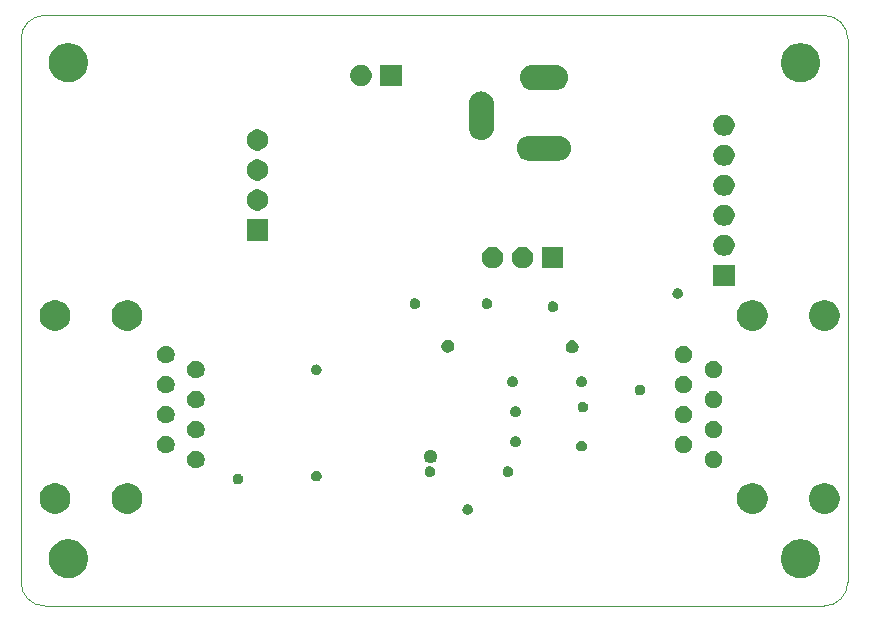
<source format=gbs>
G04 #@! TF.GenerationSoftware,KiCad,Pcbnew,5.1.6-c6e7f7d~87~ubuntu18.04.1*
G04 #@! TF.CreationDate,2020-09-01T07:34:22+02:00*
G04 #@! TF.ProjectId,s88iso,73383869-736f-42e6-9b69-6361645f7063,2020/08*
G04 #@! TF.SameCoordinates,Original*
G04 #@! TF.FileFunction,Soldermask,Bot*
G04 #@! TF.FilePolarity,Negative*
%FSLAX46Y46*%
G04 Gerber Fmt 4.6, Leading zero omitted, Abs format (unit mm)*
G04 Created by KiCad (PCBNEW 5.1.6-c6e7f7d~87~ubuntu18.04.1) date 2020-09-01 07:34:22*
%MOMM*%
%LPD*%
G01*
G04 APERTURE LIST*
G04 #@! TA.AperFunction,Profile*
%ADD10C,0.050000*%
G04 #@! TD*
%ADD11C,0.100000*%
G04 APERTURE END LIST*
D10*
X100000000Y-128000000D02*
X100000000Y-82000000D01*
X168000000Y-130000000D02*
X102000000Y-130000000D01*
X170000000Y-82000000D02*
X170000000Y-128000000D01*
X168000000Y-80000000D02*
X102000000Y-80000000D01*
X100000000Y-82000000D02*
G75*
G02*
X102000000Y-80000000I2000000J0D01*
G01*
X168000000Y-80000000D02*
G75*
G02*
X170000000Y-82000000I0J-2000000D01*
G01*
X170000000Y-128000000D02*
G75*
G02*
X168000000Y-130000000I-2000000J0D01*
G01*
X102000000Y-130000000D02*
G75*
G02*
X100000000Y-128000000I0J2000000D01*
G01*
D11*
G36*
X166375256Y-124391298D02*
G01*
X166481579Y-124412447D01*
X166782042Y-124536903D01*
X167052451Y-124717585D01*
X167282415Y-124947549D01*
X167463097Y-125217958D01*
X167587553Y-125518421D01*
X167651000Y-125837391D01*
X167651000Y-126162609D01*
X167587553Y-126481579D01*
X167463097Y-126782042D01*
X167282415Y-127052451D01*
X167052451Y-127282415D01*
X166782042Y-127463097D01*
X166481579Y-127587553D01*
X166375256Y-127608702D01*
X166162611Y-127651000D01*
X165837389Y-127651000D01*
X165624744Y-127608702D01*
X165518421Y-127587553D01*
X165217958Y-127463097D01*
X164947549Y-127282415D01*
X164717585Y-127052451D01*
X164536903Y-126782042D01*
X164412447Y-126481579D01*
X164349000Y-126162609D01*
X164349000Y-125837391D01*
X164412447Y-125518421D01*
X164536903Y-125217958D01*
X164717585Y-124947549D01*
X164947549Y-124717585D01*
X165217958Y-124536903D01*
X165518421Y-124412447D01*
X165624744Y-124391298D01*
X165837389Y-124349000D01*
X166162611Y-124349000D01*
X166375256Y-124391298D01*
G37*
G36*
X104375256Y-124391298D02*
G01*
X104481579Y-124412447D01*
X104782042Y-124536903D01*
X105052451Y-124717585D01*
X105282415Y-124947549D01*
X105463097Y-125217958D01*
X105587553Y-125518421D01*
X105651000Y-125837391D01*
X105651000Y-126162609D01*
X105587553Y-126481579D01*
X105463097Y-126782042D01*
X105282415Y-127052451D01*
X105052451Y-127282415D01*
X104782042Y-127463097D01*
X104481579Y-127587553D01*
X104375256Y-127608702D01*
X104162611Y-127651000D01*
X103837389Y-127651000D01*
X103624744Y-127608702D01*
X103518421Y-127587553D01*
X103217958Y-127463097D01*
X102947549Y-127282415D01*
X102717585Y-127052451D01*
X102536903Y-126782042D01*
X102412447Y-126481579D01*
X102349000Y-126162609D01*
X102349000Y-125837391D01*
X102412447Y-125518421D01*
X102536903Y-125217958D01*
X102717585Y-124947549D01*
X102947549Y-124717585D01*
X103217958Y-124536903D01*
X103518421Y-124412447D01*
X103624744Y-124391298D01*
X103837389Y-124349000D01*
X104162611Y-124349000D01*
X104375256Y-124391298D01*
G37*
G36*
X137951952Y-121384731D02*
G01*
X138034027Y-121418728D01*
X138034029Y-121418729D01*
X138071213Y-121443575D01*
X138107895Y-121468085D01*
X138170715Y-121530905D01*
X138220072Y-121604773D01*
X138254069Y-121686848D01*
X138271400Y-121773979D01*
X138271400Y-121862821D01*
X138254069Y-121949952D01*
X138220072Y-122032027D01*
X138220071Y-122032029D01*
X138170714Y-122105896D01*
X138107896Y-122168714D01*
X138034029Y-122218071D01*
X138034028Y-122218072D01*
X138034027Y-122218072D01*
X137951952Y-122252069D01*
X137864821Y-122269400D01*
X137775979Y-122269400D01*
X137688848Y-122252069D01*
X137606773Y-122218072D01*
X137606772Y-122218072D01*
X137606771Y-122218071D01*
X137532904Y-122168714D01*
X137470086Y-122105896D01*
X137420729Y-122032029D01*
X137420728Y-122032027D01*
X137386731Y-121949952D01*
X137369400Y-121862821D01*
X137369400Y-121773979D01*
X137386731Y-121686848D01*
X137420728Y-121604773D01*
X137470085Y-121530905D01*
X137532905Y-121468085D01*
X137569587Y-121443575D01*
X137606771Y-121418729D01*
X137606773Y-121418728D01*
X137688848Y-121384731D01*
X137775979Y-121367400D01*
X137864821Y-121367400D01*
X137951952Y-121384731D01*
G37*
G36*
X168391487Y-119647996D02*
G01*
X168628253Y-119746068D01*
X168628255Y-119746069D01*
X168841339Y-119888447D01*
X169022553Y-120069661D01*
X169164932Y-120282747D01*
X169263004Y-120519513D01*
X169313000Y-120770861D01*
X169313000Y-121027139D01*
X169263004Y-121278487D01*
X169184469Y-121468086D01*
X169164931Y-121515255D01*
X169022553Y-121728339D01*
X168841339Y-121909553D01*
X168628255Y-122051931D01*
X168628254Y-122051932D01*
X168628253Y-122051932D01*
X168391487Y-122150004D01*
X168140139Y-122200000D01*
X167883861Y-122200000D01*
X167632513Y-122150004D01*
X167395747Y-122051932D01*
X167395746Y-122051932D01*
X167395745Y-122051931D01*
X167182661Y-121909553D01*
X167001447Y-121728339D01*
X166859069Y-121515255D01*
X166839531Y-121468086D01*
X166760996Y-121278487D01*
X166711000Y-121027139D01*
X166711000Y-120770861D01*
X166760996Y-120519513D01*
X166859068Y-120282747D01*
X167001447Y-120069661D01*
X167182661Y-119888447D01*
X167395745Y-119746069D01*
X167395747Y-119746068D01*
X167632513Y-119647996D01*
X167883861Y-119598000D01*
X168140139Y-119598000D01*
X168391487Y-119647996D01*
G37*
G36*
X103258487Y-119647996D02*
G01*
X103495253Y-119746068D01*
X103495255Y-119746069D01*
X103708339Y-119888447D01*
X103889553Y-120069661D01*
X104031932Y-120282747D01*
X104130004Y-120519513D01*
X104180000Y-120770861D01*
X104180000Y-121027139D01*
X104130004Y-121278487D01*
X104051469Y-121468086D01*
X104031931Y-121515255D01*
X103889553Y-121728339D01*
X103708339Y-121909553D01*
X103495255Y-122051931D01*
X103495254Y-122051932D01*
X103495253Y-122051932D01*
X103258487Y-122150004D01*
X103007139Y-122200000D01*
X102750861Y-122200000D01*
X102499513Y-122150004D01*
X102262747Y-122051932D01*
X102262746Y-122051932D01*
X102262745Y-122051931D01*
X102049661Y-121909553D01*
X101868447Y-121728339D01*
X101726069Y-121515255D01*
X101706531Y-121468086D01*
X101627996Y-121278487D01*
X101578000Y-121027139D01*
X101578000Y-120770861D01*
X101627996Y-120519513D01*
X101726068Y-120282747D01*
X101868447Y-120069661D01*
X102049661Y-119888447D01*
X102262745Y-119746069D01*
X102262747Y-119746068D01*
X102499513Y-119647996D01*
X102750861Y-119598000D01*
X103007139Y-119598000D01*
X103258487Y-119647996D01*
G37*
G36*
X109358487Y-119647996D02*
G01*
X109595253Y-119746068D01*
X109595255Y-119746069D01*
X109808339Y-119888447D01*
X109989553Y-120069661D01*
X110131932Y-120282747D01*
X110230004Y-120519513D01*
X110280000Y-120770861D01*
X110280000Y-121027139D01*
X110230004Y-121278487D01*
X110151469Y-121468086D01*
X110131931Y-121515255D01*
X109989553Y-121728339D01*
X109808339Y-121909553D01*
X109595255Y-122051931D01*
X109595254Y-122051932D01*
X109595253Y-122051932D01*
X109358487Y-122150004D01*
X109107139Y-122200000D01*
X108850861Y-122200000D01*
X108599513Y-122150004D01*
X108362747Y-122051932D01*
X108362746Y-122051932D01*
X108362745Y-122051931D01*
X108149661Y-121909553D01*
X107968447Y-121728339D01*
X107826069Y-121515255D01*
X107806531Y-121468086D01*
X107727996Y-121278487D01*
X107678000Y-121027139D01*
X107678000Y-120770861D01*
X107727996Y-120519513D01*
X107826068Y-120282747D01*
X107968447Y-120069661D01*
X108149661Y-119888447D01*
X108362745Y-119746069D01*
X108362747Y-119746068D01*
X108599513Y-119647996D01*
X108850861Y-119598000D01*
X109107139Y-119598000D01*
X109358487Y-119647996D01*
G37*
G36*
X162291487Y-119647996D02*
G01*
X162528253Y-119746068D01*
X162528255Y-119746069D01*
X162741339Y-119888447D01*
X162922553Y-120069661D01*
X163064932Y-120282747D01*
X163163004Y-120519513D01*
X163213000Y-120770861D01*
X163213000Y-121027139D01*
X163163004Y-121278487D01*
X163084469Y-121468086D01*
X163064931Y-121515255D01*
X162922553Y-121728339D01*
X162741339Y-121909553D01*
X162528255Y-122051931D01*
X162528254Y-122051932D01*
X162528253Y-122051932D01*
X162291487Y-122150004D01*
X162040139Y-122200000D01*
X161783861Y-122200000D01*
X161532513Y-122150004D01*
X161295747Y-122051932D01*
X161295746Y-122051932D01*
X161295745Y-122051931D01*
X161082661Y-121909553D01*
X160901447Y-121728339D01*
X160759069Y-121515255D01*
X160739531Y-121468086D01*
X160660996Y-121278487D01*
X160611000Y-121027139D01*
X160611000Y-120770861D01*
X160660996Y-120519513D01*
X160759068Y-120282747D01*
X160901447Y-120069661D01*
X161082661Y-119888447D01*
X161295745Y-119746069D01*
X161295747Y-119746068D01*
X161532513Y-119647996D01*
X161783861Y-119598000D01*
X162040139Y-119598000D01*
X162291487Y-119647996D01*
G37*
G36*
X118495552Y-118819331D02*
G01*
X118577627Y-118853328D01*
X118577629Y-118853329D01*
X118600256Y-118868448D01*
X118651495Y-118902685D01*
X118714315Y-118965505D01*
X118763672Y-119039373D01*
X118797669Y-119121448D01*
X118815000Y-119208579D01*
X118815000Y-119297421D01*
X118797669Y-119384552D01*
X118770145Y-119451000D01*
X118763671Y-119466629D01*
X118714314Y-119540496D01*
X118651496Y-119603314D01*
X118577629Y-119652671D01*
X118577628Y-119652672D01*
X118577627Y-119652672D01*
X118495552Y-119686669D01*
X118408421Y-119704000D01*
X118319579Y-119704000D01*
X118232448Y-119686669D01*
X118150373Y-119652672D01*
X118150372Y-119652672D01*
X118150371Y-119652671D01*
X118076504Y-119603314D01*
X118013686Y-119540496D01*
X117964329Y-119466629D01*
X117957855Y-119451000D01*
X117930331Y-119384552D01*
X117913000Y-119297421D01*
X117913000Y-119208579D01*
X117930331Y-119121448D01*
X117964328Y-119039373D01*
X118013685Y-118965505D01*
X118076505Y-118902685D01*
X118127744Y-118868448D01*
X118150371Y-118853329D01*
X118150373Y-118853328D01*
X118232448Y-118819331D01*
X118319579Y-118802000D01*
X118408421Y-118802000D01*
X118495552Y-118819331D01*
G37*
G36*
X125131552Y-118566331D02*
G01*
X125213627Y-118600328D01*
X125213629Y-118600329D01*
X125250813Y-118625175D01*
X125287495Y-118649685D01*
X125350315Y-118712505D01*
X125399672Y-118786373D01*
X125433669Y-118868448D01*
X125451000Y-118955579D01*
X125451000Y-119044421D01*
X125433669Y-119131552D01*
X125399672Y-119213627D01*
X125399671Y-119213629D01*
X125350314Y-119287496D01*
X125287496Y-119350314D01*
X125213629Y-119399671D01*
X125213628Y-119399672D01*
X125213627Y-119399672D01*
X125131552Y-119433669D01*
X125044421Y-119451000D01*
X124955579Y-119451000D01*
X124868448Y-119433669D01*
X124786373Y-119399672D01*
X124786372Y-119399672D01*
X124786371Y-119399671D01*
X124712504Y-119350314D01*
X124649686Y-119287496D01*
X124600329Y-119213629D01*
X124600328Y-119213627D01*
X124566331Y-119131552D01*
X124549000Y-119044421D01*
X124549000Y-118955579D01*
X124566331Y-118868448D01*
X124600328Y-118786373D01*
X124649685Y-118712505D01*
X124712505Y-118649685D01*
X124749187Y-118625175D01*
X124786371Y-118600329D01*
X124786373Y-118600328D01*
X124868448Y-118566331D01*
X124955579Y-118549000D01*
X125044421Y-118549000D01*
X125131552Y-118566331D01*
G37*
G36*
X134751552Y-118184331D02*
G01*
X134833627Y-118218328D01*
X134833629Y-118218329D01*
X134870813Y-118243175D01*
X134907495Y-118267685D01*
X134970315Y-118330505D01*
X135019672Y-118404373D01*
X135053669Y-118486448D01*
X135071000Y-118573579D01*
X135071000Y-118662421D01*
X135053669Y-118749552D01*
X135019672Y-118831627D01*
X134972193Y-118902685D01*
X134970314Y-118905496D01*
X134907496Y-118968314D01*
X134833629Y-119017671D01*
X134833628Y-119017672D01*
X134833627Y-119017672D01*
X134751552Y-119051669D01*
X134664421Y-119069000D01*
X134575579Y-119069000D01*
X134488448Y-119051669D01*
X134406373Y-119017672D01*
X134406372Y-119017672D01*
X134406371Y-119017671D01*
X134332504Y-118968314D01*
X134269686Y-118905496D01*
X134267808Y-118902685D01*
X134220328Y-118831627D01*
X134186331Y-118749552D01*
X134169000Y-118662421D01*
X134169000Y-118573579D01*
X134186331Y-118486448D01*
X134220328Y-118404373D01*
X134269685Y-118330505D01*
X134332505Y-118267685D01*
X134369187Y-118243175D01*
X134406371Y-118218329D01*
X134406373Y-118218328D01*
X134488448Y-118184331D01*
X134575579Y-118167000D01*
X134664421Y-118167000D01*
X134751552Y-118184331D01*
G37*
G36*
X141355552Y-118184331D02*
G01*
X141437627Y-118218328D01*
X141437629Y-118218329D01*
X141474813Y-118243175D01*
X141511495Y-118267685D01*
X141574315Y-118330505D01*
X141623672Y-118404373D01*
X141657669Y-118486448D01*
X141675000Y-118573579D01*
X141675000Y-118662421D01*
X141657669Y-118749552D01*
X141623672Y-118831627D01*
X141576193Y-118902685D01*
X141574314Y-118905496D01*
X141511496Y-118968314D01*
X141437629Y-119017671D01*
X141437628Y-119017672D01*
X141437627Y-119017672D01*
X141355552Y-119051669D01*
X141268421Y-119069000D01*
X141179579Y-119069000D01*
X141092448Y-119051669D01*
X141010373Y-119017672D01*
X141010372Y-119017672D01*
X141010371Y-119017671D01*
X140936504Y-118968314D01*
X140873686Y-118905496D01*
X140871808Y-118902685D01*
X140824328Y-118831627D01*
X140790331Y-118749552D01*
X140773000Y-118662421D01*
X140773000Y-118573579D01*
X140790331Y-118486448D01*
X140824328Y-118404373D01*
X140873685Y-118330505D01*
X140936505Y-118267685D01*
X140973187Y-118243175D01*
X141010371Y-118218329D01*
X141010373Y-118218328D01*
X141092448Y-118184331D01*
X141179579Y-118167000D01*
X141268421Y-118167000D01*
X141355552Y-118184331D01*
G37*
G36*
X115028059Y-116871860D02*
G01*
X115113718Y-116907341D01*
X115164732Y-116928472D01*
X115287735Y-117010660D01*
X115392340Y-117115265D01*
X115474528Y-117238268D01*
X115531140Y-117374941D01*
X115560000Y-117520033D01*
X115560000Y-117667967D01*
X115531140Y-117813059D01*
X115474528Y-117949732D01*
X115392340Y-118072735D01*
X115287735Y-118177340D01*
X115164732Y-118259528D01*
X115164731Y-118259529D01*
X115164730Y-118259529D01*
X115028059Y-118316140D01*
X114882968Y-118345000D01*
X114735032Y-118345000D01*
X114589941Y-118316140D01*
X114453270Y-118259529D01*
X114453269Y-118259529D01*
X114453268Y-118259528D01*
X114330265Y-118177340D01*
X114225660Y-118072735D01*
X114143472Y-117949732D01*
X114086860Y-117813059D01*
X114058000Y-117667967D01*
X114058000Y-117520033D01*
X114086860Y-117374941D01*
X114143472Y-117238268D01*
X114225660Y-117115265D01*
X114330265Y-117010660D01*
X114453268Y-116928472D01*
X114504283Y-116907341D01*
X114589941Y-116871860D01*
X114735032Y-116843000D01*
X114882968Y-116843000D01*
X115028059Y-116871860D01*
G37*
G36*
X158841059Y-116871860D02*
G01*
X158926718Y-116907341D01*
X158977732Y-116928472D01*
X159100735Y-117010660D01*
X159205340Y-117115265D01*
X159287528Y-117238268D01*
X159344140Y-117374941D01*
X159373000Y-117520033D01*
X159373000Y-117667967D01*
X159344140Y-117813059D01*
X159287528Y-117949732D01*
X159205340Y-118072735D01*
X159100735Y-118177340D01*
X158977732Y-118259528D01*
X158977731Y-118259529D01*
X158977730Y-118259529D01*
X158841059Y-118316140D01*
X158695968Y-118345000D01*
X158548032Y-118345000D01*
X158402941Y-118316140D01*
X158266270Y-118259529D01*
X158266269Y-118259529D01*
X158266268Y-118259528D01*
X158143265Y-118177340D01*
X158038660Y-118072735D01*
X157956472Y-117949732D01*
X157899860Y-117813059D01*
X157871000Y-117667967D01*
X157871000Y-117520033D01*
X157899860Y-117374941D01*
X157956472Y-117238268D01*
X158038660Y-117115265D01*
X158143265Y-117010660D01*
X158266268Y-116928472D01*
X158317283Y-116907341D01*
X158402941Y-116871860D01*
X158548032Y-116843000D01*
X158695968Y-116843000D01*
X158841059Y-116871860D01*
G37*
G36*
X134831521Y-116818174D02*
G01*
X134931795Y-116859709D01*
X134931796Y-116859710D01*
X135022042Y-116920010D01*
X135098790Y-116996758D01*
X135098791Y-116996760D01*
X135159091Y-117087005D01*
X135200626Y-117187279D01*
X135221800Y-117293730D01*
X135221800Y-117402270D01*
X135200626Y-117508721D01*
X135159091Y-117608995D01*
X135159090Y-117608996D01*
X135098790Y-117699242D01*
X135022042Y-117775990D01*
X134976612Y-117806345D01*
X134931795Y-117836291D01*
X134831521Y-117877826D01*
X134725070Y-117899000D01*
X134616530Y-117899000D01*
X134510079Y-117877826D01*
X134409805Y-117836291D01*
X134364988Y-117806345D01*
X134319558Y-117775990D01*
X134242810Y-117699242D01*
X134182510Y-117608996D01*
X134182509Y-117608995D01*
X134140974Y-117508721D01*
X134119800Y-117402270D01*
X134119800Y-117293730D01*
X134140974Y-117187279D01*
X134182509Y-117087005D01*
X134242809Y-116996760D01*
X134242810Y-116996758D01*
X134319558Y-116920010D01*
X134409804Y-116859710D01*
X134409805Y-116859709D01*
X134510079Y-116818174D01*
X134616530Y-116797000D01*
X134725070Y-116797000D01*
X134831521Y-116818174D01*
G37*
G36*
X156301059Y-115601860D02*
G01*
X156386718Y-115637341D01*
X156437732Y-115658472D01*
X156560735Y-115740660D01*
X156665340Y-115845265D01*
X156747528Y-115968268D01*
X156804140Y-116104941D01*
X156833000Y-116250033D01*
X156833000Y-116397967D01*
X156804140Y-116543059D01*
X156747528Y-116679732D01*
X156665340Y-116802735D01*
X156560735Y-116907340D01*
X156437732Y-116989528D01*
X156437731Y-116989529D01*
X156437730Y-116989529D01*
X156301059Y-117046140D01*
X156155968Y-117075000D01*
X156008032Y-117075000D01*
X155862941Y-117046140D01*
X155726270Y-116989529D01*
X155726269Y-116989529D01*
X155726268Y-116989528D01*
X155603265Y-116907340D01*
X155498660Y-116802735D01*
X155416472Y-116679732D01*
X155359860Y-116543059D01*
X155331000Y-116397967D01*
X155331000Y-116250033D01*
X155359860Y-116104941D01*
X155416472Y-115968268D01*
X155498660Y-115845265D01*
X155603265Y-115740660D01*
X155726268Y-115658472D01*
X155777283Y-115637341D01*
X155862941Y-115601860D01*
X156008032Y-115573000D01*
X156155968Y-115573000D01*
X156301059Y-115601860D01*
G37*
G36*
X112488059Y-115601860D02*
G01*
X112573718Y-115637341D01*
X112624732Y-115658472D01*
X112747735Y-115740660D01*
X112852340Y-115845265D01*
X112934528Y-115968268D01*
X112991140Y-116104941D01*
X113020000Y-116250033D01*
X113020000Y-116397967D01*
X112991140Y-116543059D01*
X112934528Y-116679732D01*
X112852340Y-116802735D01*
X112747735Y-116907340D01*
X112624732Y-116989528D01*
X112624731Y-116989529D01*
X112624730Y-116989529D01*
X112488059Y-117046140D01*
X112342968Y-117075000D01*
X112195032Y-117075000D01*
X112049941Y-117046140D01*
X111913270Y-116989529D01*
X111913269Y-116989529D01*
X111913268Y-116989528D01*
X111790265Y-116907340D01*
X111685660Y-116802735D01*
X111603472Y-116679732D01*
X111546860Y-116543059D01*
X111518000Y-116397967D01*
X111518000Y-116250033D01*
X111546860Y-116104941D01*
X111603472Y-115968268D01*
X111685660Y-115845265D01*
X111790265Y-115740660D01*
X111913268Y-115658472D01*
X111964283Y-115637341D01*
X112049941Y-115601860D01*
X112195032Y-115573000D01*
X112342968Y-115573000D01*
X112488059Y-115601860D01*
G37*
G36*
X147578552Y-116025331D02*
G01*
X147660627Y-116059328D01*
X147660629Y-116059329D01*
X147697813Y-116084175D01*
X147734495Y-116108685D01*
X147797315Y-116171505D01*
X147846672Y-116245373D01*
X147880669Y-116327448D01*
X147898000Y-116414579D01*
X147898000Y-116503421D01*
X147880669Y-116590552D01*
X147846672Y-116672627D01*
X147797315Y-116746495D01*
X147734495Y-116809315D01*
X147721235Y-116818175D01*
X147660629Y-116858671D01*
X147660628Y-116858672D01*
X147660627Y-116858672D01*
X147578552Y-116892669D01*
X147491421Y-116910000D01*
X147402579Y-116910000D01*
X147315448Y-116892669D01*
X147233373Y-116858672D01*
X147233372Y-116858672D01*
X147233371Y-116858671D01*
X147172765Y-116818175D01*
X147159505Y-116809315D01*
X147096685Y-116746495D01*
X147047328Y-116672627D01*
X147013331Y-116590552D01*
X146996000Y-116503421D01*
X146996000Y-116414579D01*
X147013331Y-116327448D01*
X147047328Y-116245373D01*
X147096685Y-116171505D01*
X147159505Y-116108685D01*
X147196187Y-116084175D01*
X147233371Y-116059329D01*
X147233373Y-116059328D01*
X147315448Y-116025331D01*
X147402579Y-116008000D01*
X147491421Y-116008000D01*
X147578552Y-116025331D01*
G37*
G36*
X141990552Y-115644331D02*
G01*
X142072627Y-115678328D01*
X142072629Y-115678329D01*
X142109813Y-115703175D01*
X142134289Y-115719529D01*
X142146496Y-115727686D01*
X142209314Y-115790504D01*
X142245905Y-115845265D01*
X142258672Y-115864373D01*
X142292669Y-115946448D01*
X142310000Y-116033579D01*
X142310000Y-116122421D01*
X142292669Y-116209552D01*
X142258672Y-116291627D01*
X142258671Y-116291629D01*
X142209314Y-116365496D01*
X142146496Y-116428314D01*
X142072629Y-116477671D01*
X142072628Y-116477672D01*
X142072627Y-116477672D01*
X141990552Y-116511669D01*
X141903421Y-116529000D01*
X141814579Y-116529000D01*
X141727448Y-116511669D01*
X141645373Y-116477672D01*
X141645372Y-116477672D01*
X141645371Y-116477671D01*
X141571504Y-116428314D01*
X141508686Y-116365496D01*
X141459329Y-116291629D01*
X141459328Y-116291627D01*
X141425331Y-116209552D01*
X141408000Y-116122421D01*
X141408000Y-116033579D01*
X141425331Y-115946448D01*
X141459328Y-115864373D01*
X141472096Y-115845265D01*
X141508686Y-115790504D01*
X141571504Y-115727686D01*
X141583712Y-115719529D01*
X141608187Y-115703175D01*
X141645371Y-115678329D01*
X141645373Y-115678328D01*
X141727448Y-115644331D01*
X141814579Y-115627000D01*
X141903421Y-115627000D01*
X141990552Y-115644331D01*
G37*
G36*
X115028059Y-114331860D02*
G01*
X115113718Y-114367341D01*
X115164732Y-114388472D01*
X115287735Y-114470660D01*
X115392340Y-114575265D01*
X115474528Y-114698268D01*
X115531140Y-114834941D01*
X115560000Y-114980033D01*
X115560000Y-115127967D01*
X115531140Y-115273059D01*
X115474528Y-115409732D01*
X115392340Y-115532735D01*
X115287735Y-115637340D01*
X115164732Y-115719528D01*
X115164731Y-115719529D01*
X115164730Y-115719529D01*
X115028059Y-115776140D01*
X114882968Y-115805000D01*
X114735032Y-115805000D01*
X114589941Y-115776140D01*
X114453270Y-115719529D01*
X114453269Y-115719529D01*
X114453268Y-115719528D01*
X114330265Y-115637340D01*
X114225660Y-115532735D01*
X114143472Y-115409732D01*
X114086860Y-115273059D01*
X114058000Y-115127967D01*
X114058000Y-114980033D01*
X114086860Y-114834941D01*
X114143472Y-114698268D01*
X114225660Y-114575265D01*
X114330265Y-114470660D01*
X114453268Y-114388472D01*
X114504283Y-114367341D01*
X114589941Y-114331860D01*
X114735032Y-114303000D01*
X114882968Y-114303000D01*
X115028059Y-114331860D01*
G37*
G36*
X158841059Y-114331860D02*
G01*
X158926718Y-114367341D01*
X158977732Y-114388472D01*
X159100735Y-114470660D01*
X159205340Y-114575265D01*
X159287528Y-114698268D01*
X159344140Y-114834941D01*
X159373000Y-114980033D01*
X159373000Y-115127967D01*
X159344140Y-115273059D01*
X159287528Y-115409732D01*
X159205340Y-115532735D01*
X159100735Y-115637340D01*
X158977732Y-115719528D01*
X158977731Y-115719529D01*
X158977730Y-115719529D01*
X158841059Y-115776140D01*
X158695968Y-115805000D01*
X158548032Y-115805000D01*
X158402941Y-115776140D01*
X158266270Y-115719529D01*
X158266269Y-115719529D01*
X158266268Y-115719528D01*
X158143265Y-115637340D01*
X158038660Y-115532735D01*
X157956472Y-115409732D01*
X157899860Y-115273059D01*
X157871000Y-115127967D01*
X157871000Y-114980033D01*
X157899860Y-114834941D01*
X157956472Y-114698268D01*
X158038660Y-114575265D01*
X158143265Y-114470660D01*
X158266268Y-114388472D01*
X158317283Y-114367341D01*
X158402941Y-114331860D01*
X158548032Y-114303000D01*
X158695968Y-114303000D01*
X158841059Y-114331860D01*
G37*
G36*
X156301059Y-113061860D02*
G01*
X156386718Y-113097341D01*
X156437732Y-113118472D01*
X156560735Y-113200660D01*
X156665340Y-113305265D01*
X156709015Y-113370629D01*
X156747529Y-113428270D01*
X156800714Y-113556671D01*
X156804140Y-113564941D01*
X156833000Y-113710033D01*
X156833000Y-113857967D01*
X156804140Y-114003059D01*
X156747528Y-114139732D01*
X156665340Y-114262735D01*
X156560735Y-114367340D01*
X156437732Y-114449528D01*
X156437731Y-114449529D01*
X156437730Y-114449529D01*
X156301059Y-114506140D01*
X156155968Y-114535000D01*
X156008032Y-114535000D01*
X155862941Y-114506140D01*
X155726270Y-114449529D01*
X155726269Y-114449529D01*
X155726268Y-114449528D01*
X155603265Y-114367340D01*
X155498660Y-114262735D01*
X155416472Y-114139732D01*
X155359860Y-114003059D01*
X155331000Y-113857967D01*
X155331000Y-113710033D01*
X155359860Y-113564941D01*
X155363286Y-113556671D01*
X155416471Y-113428270D01*
X155454985Y-113370629D01*
X155498660Y-113305265D01*
X155603265Y-113200660D01*
X155726268Y-113118472D01*
X155777283Y-113097341D01*
X155862941Y-113061860D01*
X156008032Y-113033000D01*
X156155968Y-113033000D01*
X156301059Y-113061860D01*
G37*
G36*
X112488059Y-113061860D02*
G01*
X112573718Y-113097341D01*
X112624732Y-113118472D01*
X112747735Y-113200660D01*
X112852340Y-113305265D01*
X112896015Y-113370629D01*
X112934529Y-113428270D01*
X112987714Y-113556671D01*
X112991140Y-113564941D01*
X113020000Y-113710033D01*
X113020000Y-113857967D01*
X112991140Y-114003059D01*
X112934528Y-114139732D01*
X112852340Y-114262735D01*
X112747735Y-114367340D01*
X112624732Y-114449528D01*
X112624731Y-114449529D01*
X112624730Y-114449529D01*
X112488059Y-114506140D01*
X112342968Y-114535000D01*
X112195032Y-114535000D01*
X112049941Y-114506140D01*
X111913270Y-114449529D01*
X111913269Y-114449529D01*
X111913268Y-114449528D01*
X111790265Y-114367340D01*
X111685660Y-114262735D01*
X111603472Y-114139732D01*
X111546860Y-114003059D01*
X111518000Y-113857967D01*
X111518000Y-113710033D01*
X111546860Y-113564941D01*
X111550286Y-113556671D01*
X111603471Y-113428270D01*
X111641985Y-113370629D01*
X111685660Y-113305265D01*
X111790265Y-113200660D01*
X111913268Y-113118472D01*
X111964283Y-113097341D01*
X112049941Y-113061860D01*
X112195032Y-113033000D01*
X112342968Y-113033000D01*
X112488059Y-113061860D01*
G37*
G36*
X141990552Y-113104331D02*
G01*
X142072627Y-113138328D01*
X142072629Y-113138329D01*
X142109813Y-113163175D01*
X142134289Y-113179529D01*
X142146496Y-113187686D01*
X142209314Y-113250504D01*
X142245905Y-113305265D01*
X142258672Y-113324373D01*
X142292669Y-113406448D01*
X142310000Y-113493579D01*
X142310000Y-113582421D01*
X142292669Y-113669552D01*
X142258672Y-113751627D01*
X142258671Y-113751629D01*
X142209314Y-113825496D01*
X142146496Y-113888314D01*
X142072629Y-113937671D01*
X142072628Y-113937672D01*
X142072627Y-113937672D01*
X141990552Y-113971669D01*
X141903421Y-113989000D01*
X141814579Y-113989000D01*
X141727448Y-113971669D01*
X141645373Y-113937672D01*
X141645372Y-113937672D01*
X141645371Y-113937671D01*
X141571504Y-113888314D01*
X141508686Y-113825496D01*
X141459329Y-113751629D01*
X141459328Y-113751627D01*
X141425331Y-113669552D01*
X141408000Y-113582421D01*
X141408000Y-113493579D01*
X141425331Y-113406448D01*
X141459328Y-113324373D01*
X141472096Y-113305265D01*
X141508686Y-113250504D01*
X141571504Y-113187686D01*
X141583712Y-113179529D01*
X141608187Y-113163175D01*
X141645371Y-113138329D01*
X141645373Y-113138328D01*
X141727448Y-113104331D01*
X141814579Y-113087000D01*
X141903421Y-113087000D01*
X141990552Y-113104331D01*
G37*
G36*
X147705552Y-112723331D02*
G01*
X147787627Y-112757328D01*
X147787629Y-112757329D01*
X147824813Y-112782175D01*
X147861495Y-112806685D01*
X147924315Y-112869505D01*
X147973672Y-112943373D01*
X148007669Y-113025448D01*
X148025000Y-113112579D01*
X148025000Y-113201421D01*
X148007669Y-113288552D01*
X147973672Y-113370627D01*
X147935158Y-113428268D01*
X147924314Y-113444496D01*
X147861496Y-113507314D01*
X147787629Y-113556671D01*
X147787628Y-113556672D01*
X147787627Y-113556672D01*
X147705552Y-113590669D01*
X147618421Y-113608000D01*
X147529579Y-113608000D01*
X147442448Y-113590669D01*
X147360373Y-113556672D01*
X147360372Y-113556672D01*
X147360371Y-113556671D01*
X147286504Y-113507314D01*
X147223686Y-113444496D01*
X147212843Y-113428268D01*
X147174328Y-113370627D01*
X147140331Y-113288552D01*
X147123000Y-113201421D01*
X147123000Y-113112579D01*
X147140331Y-113025448D01*
X147174328Y-112943373D01*
X147223685Y-112869505D01*
X147286505Y-112806685D01*
X147323187Y-112782175D01*
X147360371Y-112757329D01*
X147360373Y-112757328D01*
X147442448Y-112723331D01*
X147529579Y-112706000D01*
X147618421Y-112706000D01*
X147705552Y-112723331D01*
G37*
G36*
X158841059Y-111791860D02*
G01*
X158959095Y-111840752D01*
X158977732Y-111848472D01*
X159100735Y-111930660D01*
X159205340Y-112035265D01*
X159287528Y-112158268D01*
X159287529Y-112158270D01*
X159344140Y-112294941D01*
X159373000Y-112440032D01*
X159373000Y-112587968D01*
X159344140Y-112733059D01*
X159287623Y-112869504D01*
X159287528Y-112869732D01*
X159205340Y-112992735D01*
X159100735Y-113097340D01*
X158977732Y-113179528D01*
X158977731Y-113179529D01*
X158977730Y-113179529D01*
X158841059Y-113236140D01*
X158695968Y-113265000D01*
X158548032Y-113265000D01*
X158402941Y-113236140D01*
X158266270Y-113179529D01*
X158266269Y-113179529D01*
X158266268Y-113179528D01*
X158143265Y-113097340D01*
X158038660Y-112992735D01*
X157956472Y-112869732D01*
X157956378Y-112869504D01*
X157899860Y-112733059D01*
X157871000Y-112587968D01*
X157871000Y-112440032D01*
X157899860Y-112294941D01*
X157956471Y-112158270D01*
X157956472Y-112158268D01*
X158038660Y-112035265D01*
X158143265Y-111930660D01*
X158266268Y-111848472D01*
X158284906Y-111840752D01*
X158402941Y-111791860D01*
X158548032Y-111763000D01*
X158695968Y-111763000D01*
X158841059Y-111791860D01*
G37*
G36*
X115028059Y-111791860D02*
G01*
X115146095Y-111840752D01*
X115164732Y-111848472D01*
X115287735Y-111930660D01*
X115392340Y-112035265D01*
X115474528Y-112158268D01*
X115474529Y-112158270D01*
X115531140Y-112294941D01*
X115560000Y-112440032D01*
X115560000Y-112587968D01*
X115531140Y-112733059D01*
X115474623Y-112869504D01*
X115474528Y-112869732D01*
X115392340Y-112992735D01*
X115287735Y-113097340D01*
X115164732Y-113179528D01*
X115164731Y-113179529D01*
X115164730Y-113179529D01*
X115028059Y-113236140D01*
X114882968Y-113265000D01*
X114735032Y-113265000D01*
X114589941Y-113236140D01*
X114453270Y-113179529D01*
X114453269Y-113179529D01*
X114453268Y-113179528D01*
X114330265Y-113097340D01*
X114225660Y-112992735D01*
X114143472Y-112869732D01*
X114143378Y-112869504D01*
X114086860Y-112733059D01*
X114058000Y-112587968D01*
X114058000Y-112440032D01*
X114086860Y-112294941D01*
X114143471Y-112158270D01*
X114143472Y-112158268D01*
X114225660Y-112035265D01*
X114330265Y-111930660D01*
X114453268Y-111848472D01*
X114471906Y-111840752D01*
X114589941Y-111791860D01*
X114735032Y-111763000D01*
X114882968Y-111763000D01*
X115028059Y-111791860D01*
G37*
G36*
X152531552Y-111275531D02*
G01*
X152613627Y-111309528D01*
X152613629Y-111309529D01*
X152650813Y-111334375D01*
X152687495Y-111358885D01*
X152750315Y-111421705D01*
X152799672Y-111495573D01*
X152833669Y-111577648D01*
X152851000Y-111664779D01*
X152851000Y-111753621D01*
X152833669Y-111840752D01*
X152799672Y-111922827D01*
X152751448Y-111995000D01*
X152750314Y-111996696D01*
X152687496Y-112059514D01*
X152613629Y-112108871D01*
X152613628Y-112108872D01*
X152613627Y-112108872D01*
X152531552Y-112142869D01*
X152444421Y-112160200D01*
X152355579Y-112160200D01*
X152268448Y-112142869D01*
X152186373Y-112108872D01*
X152186372Y-112108872D01*
X152186371Y-112108871D01*
X152112504Y-112059514D01*
X152049686Y-111996696D01*
X152048553Y-111995000D01*
X152000328Y-111922827D01*
X151966331Y-111840752D01*
X151949000Y-111753621D01*
X151949000Y-111664779D01*
X151966331Y-111577648D01*
X152000328Y-111495573D01*
X152049685Y-111421705D01*
X152112505Y-111358885D01*
X152149187Y-111334375D01*
X152186371Y-111309529D01*
X152186373Y-111309528D01*
X152268448Y-111275531D01*
X152355579Y-111258200D01*
X152444421Y-111258200D01*
X152531552Y-111275531D01*
G37*
G36*
X156301059Y-110521860D02*
G01*
X156386718Y-110557341D01*
X156437732Y-110578472D01*
X156560735Y-110660660D01*
X156665340Y-110765265D01*
X156747528Y-110888268D01*
X156804140Y-111024941D01*
X156833000Y-111170033D01*
X156833000Y-111317967D01*
X156804140Y-111463059D01*
X156747528Y-111599732D01*
X156665340Y-111722735D01*
X156560735Y-111827340D01*
X156437732Y-111909528D01*
X156437731Y-111909529D01*
X156437730Y-111909529D01*
X156301059Y-111966140D01*
X156155968Y-111995000D01*
X156008032Y-111995000D01*
X155862941Y-111966140D01*
X155726270Y-111909529D01*
X155726269Y-111909529D01*
X155726268Y-111909528D01*
X155603265Y-111827340D01*
X155498660Y-111722735D01*
X155416472Y-111599732D01*
X155359860Y-111463059D01*
X155331000Y-111317967D01*
X155331000Y-111170033D01*
X155359860Y-111024941D01*
X155416472Y-110888268D01*
X155498660Y-110765265D01*
X155603265Y-110660660D01*
X155726268Y-110578472D01*
X155777283Y-110557341D01*
X155862941Y-110521860D01*
X156008032Y-110493000D01*
X156155968Y-110493000D01*
X156301059Y-110521860D01*
G37*
G36*
X112488059Y-110521860D02*
G01*
X112573718Y-110557341D01*
X112624732Y-110578472D01*
X112747735Y-110660660D01*
X112852340Y-110765265D01*
X112934528Y-110888268D01*
X112991140Y-111024941D01*
X113020000Y-111170033D01*
X113020000Y-111317967D01*
X112991140Y-111463059D01*
X112934528Y-111599732D01*
X112852340Y-111722735D01*
X112747735Y-111827340D01*
X112624732Y-111909528D01*
X112624731Y-111909529D01*
X112624730Y-111909529D01*
X112488059Y-111966140D01*
X112342968Y-111995000D01*
X112195032Y-111995000D01*
X112049941Y-111966140D01*
X111913270Y-111909529D01*
X111913269Y-111909529D01*
X111913268Y-111909528D01*
X111790265Y-111827340D01*
X111685660Y-111722735D01*
X111603472Y-111599732D01*
X111546860Y-111463059D01*
X111518000Y-111317967D01*
X111518000Y-111170033D01*
X111546860Y-111024941D01*
X111603472Y-110888268D01*
X111685660Y-110765265D01*
X111790265Y-110660660D01*
X111913268Y-110578472D01*
X111964283Y-110557341D01*
X112049941Y-110521860D01*
X112195032Y-110493000D01*
X112342968Y-110493000D01*
X112488059Y-110521860D01*
G37*
G36*
X147578552Y-110564331D02*
G01*
X147660627Y-110598328D01*
X147660629Y-110598329D01*
X147697813Y-110623175D01*
X147722289Y-110639529D01*
X147734496Y-110647686D01*
X147797314Y-110710504D01*
X147833905Y-110765265D01*
X147846672Y-110784373D01*
X147880669Y-110866448D01*
X147898000Y-110953579D01*
X147898000Y-111042421D01*
X147880669Y-111129552D01*
X147846672Y-111211627D01*
X147803973Y-111275531D01*
X147797314Y-111285496D01*
X147734496Y-111348314D01*
X147660629Y-111397671D01*
X147660628Y-111397672D01*
X147660627Y-111397672D01*
X147578552Y-111431669D01*
X147491421Y-111449000D01*
X147402579Y-111449000D01*
X147315448Y-111431669D01*
X147233373Y-111397672D01*
X147233372Y-111397672D01*
X147233371Y-111397671D01*
X147159504Y-111348314D01*
X147096686Y-111285496D01*
X147090028Y-111275531D01*
X147047328Y-111211627D01*
X147013331Y-111129552D01*
X146996000Y-111042421D01*
X146996000Y-110953579D01*
X147013331Y-110866448D01*
X147047328Y-110784373D01*
X147060096Y-110765265D01*
X147096686Y-110710504D01*
X147159504Y-110647686D01*
X147171712Y-110639529D01*
X147196187Y-110623175D01*
X147233371Y-110598329D01*
X147233373Y-110598328D01*
X147315448Y-110564331D01*
X147402579Y-110547000D01*
X147491421Y-110547000D01*
X147578552Y-110564331D01*
G37*
G36*
X141736552Y-110564331D02*
G01*
X141818627Y-110598328D01*
X141818629Y-110598329D01*
X141855813Y-110623175D01*
X141880289Y-110639529D01*
X141892496Y-110647686D01*
X141955314Y-110710504D01*
X141991905Y-110765265D01*
X142004672Y-110784373D01*
X142038669Y-110866448D01*
X142056000Y-110953579D01*
X142056000Y-111042421D01*
X142038669Y-111129552D01*
X142004672Y-111211627D01*
X141961973Y-111275531D01*
X141955314Y-111285496D01*
X141892496Y-111348314D01*
X141818629Y-111397671D01*
X141818628Y-111397672D01*
X141818627Y-111397672D01*
X141736552Y-111431669D01*
X141649421Y-111449000D01*
X141560579Y-111449000D01*
X141473448Y-111431669D01*
X141391373Y-111397672D01*
X141391372Y-111397672D01*
X141391371Y-111397671D01*
X141317504Y-111348314D01*
X141254686Y-111285496D01*
X141248028Y-111275531D01*
X141205328Y-111211627D01*
X141171331Y-111129552D01*
X141154000Y-111042421D01*
X141154000Y-110953579D01*
X141171331Y-110866448D01*
X141205328Y-110784373D01*
X141218096Y-110765265D01*
X141254686Y-110710504D01*
X141317504Y-110647686D01*
X141329712Y-110639529D01*
X141354187Y-110623175D01*
X141391371Y-110598329D01*
X141391373Y-110598328D01*
X141473448Y-110564331D01*
X141560579Y-110547000D01*
X141649421Y-110547000D01*
X141736552Y-110564331D01*
G37*
G36*
X158841059Y-109251860D02*
G01*
X158926718Y-109287341D01*
X158977732Y-109308472D01*
X159100735Y-109390660D01*
X159205340Y-109495265D01*
X159287528Y-109618268D01*
X159287529Y-109618270D01*
X159344140Y-109754941D01*
X159366718Y-109868448D01*
X159373000Y-109900033D01*
X159373000Y-110047967D01*
X159344140Y-110193059D01*
X159287528Y-110329732D01*
X159205340Y-110452735D01*
X159100735Y-110557340D01*
X158977732Y-110639528D01*
X158977731Y-110639529D01*
X158977730Y-110639529D01*
X158841059Y-110696140D01*
X158695968Y-110725000D01*
X158548032Y-110725000D01*
X158402941Y-110696140D01*
X158266270Y-110639529D01*
X158266269Y-110639529D01*
X158266268Y-110639528D01*
X158143265Y-110557340D01*
X158038660Y-110452735D01*
X157956472Y-110329732D01*
X157899860Y-110193059D01*
X157871000Y-110047967D01*
X157871000Y-109900033D01*
X157877283Y-109868448D01*
X157899860Y-109754941D01*
X157956471Y-109618270D01*
X157956472Y-109618268D01*
X158038660Y-109495265D01*
X158143265Y-109390660D01*
X158266268Y-109308472D01*
X158317283Y-109287341D01*
X158402941Y-109251860D01*
X158548032Y-109223000D01*
X158695968Y-109223000D01*
X158841059Y-109251860D01*
G37*
G36*
X115028059Y-109251860D02*
G01*
X115113718Y-109287341D01*
X115164732Y-109308472D01*
X115287735Y-109390660D01*
X115392340Y-109495265D01*
X115474528Y-109618268D01*
X115474529Y-109618270D01*
X115531140Y-109754941D01*
X115553718Y-109868448D01*
X115560000Y-109900033D01*
X115560000Y-110047967D01*
X115531140Y-110193059D01*
X115474528Y-110329732D01*
X115392340Y-110452735D01*
X115287735Y-110557340D01*
X115164732Y-110639528D01*
X115164731Y-110639529D01*
X115164730Y-110639529D01*
X115028059Y-110696140D01*
X114882968Y-110725000D01*
X114735032Y-110725000D01*
X114589941Y-110696140D01*
X114453270Y-110639529D01*
X114453269Y-110639529D01*
X114453268Y-110639528D01*
X114330265Y-110557340D01*
X114225660Y-110452735D01*
X114143472Y-110329732D01*
X114086860Y-110193059D01*
X114058000Y-110047967D01*
X114058000Y-109900033D01*
X114064283Y-109868448D01*
X114086860Y-109754941D01*
X114143471Y-109618270D01*
X114143472Y-109618268D01*
X114225660Y-109495265D01*
X114330265Y-109390660D01*
X114453268Y-109308472D01*
X114504283Y-109287341D01*
X114589941Y-109251860D01*
X114735032Y-109223000D01*
X114882968Y-109223000D01*
X115028059Y-109251860D01*
G37*
G36*
X125131552Y-109566331D02*
G01*
X125213627Y-109600328D01*
X125213629Y-109600329D01*
X125240476Y-109618268D01*
X125287495Y-109649685D01*
X125350315Y-109712505D01*
X125399672Y-109786373D01*
X125433669Y-109868448D01*
X125451000Y-109955579D01*
X125451000Y-110044421D01*
X125433669Y-110131552D01*
X125399672Y-110213627D01*
X125399671Y-110213629D01*
X125350314Y-110287496D01*
X125287496Y-110350314D01*
X125213629Y-110399671D01*
X125213628Y-110399672D01*
X125213627Y-110399672D01*
X125131552Y-110433669D01*
X125044421Y-110451000D01*
X124955579Y-110451000D01*
X124868448Y-110433669D01*
X124786373Y-110399672D01*
X124786372Y-110399672D01*
X124786371Y-110399671D01*
X124712504Y-110350314D01*
X124649686Y-110287496D01*
X124600329Y-110213629D01*
X124600328Y-110213627D01*
X124566331Y-110131552D01*
X124549000Y-110044421D01*
X124549000Y-109955579D01*
X124566331Y-109868448D01*
X124600328Y-109786373D01*
X124649685Y-109712505D01*
X124712505Y-109649685D01*
X124759524Y-109618268D01*
X124786371Y-109600329D01*
X124786373Y-109600328D01*
X124868448Y-109566331D01*
X124955579Y-109549000D01*
X125044421Y-109549000D01*
X125131552Y-109566331D01*
G37*
G36*
X156301059Y-107981860D02*
G01*
X156437732Y-108038472D01*
X156560735Y-108120660D01*
X156665340Y-108225265D01*
X156747528Y-108348268D01*
X156747529Y-108348270D01*
X156804140Y-108484941D01*
X156827544Y-108602600D01*
X156833000Y-108630033D01*
X156833000Y-108777967D01*
X156804140Y-108923059D01*
X156747528Y-109059732D01*
X156665340Y-109182735D01*
X156560735Y-109287340D01*
X156437732Y-109369528D01*
X156437731Y-109369529D01*
X156437730Y-109369529D01*
X156301059Y-109426140D01*
X156155968Y-109455000D01*
X156008032Y-109455000D01*
X155862941Y-109426140D01*
X155726270Y-109369529D01*
X155726269Y-109369529D01*
X155726268Y-109369528D01*
X155603265Y-109287340D01*
X155498660Y-109182735D01*
X155416472Y-109059732D01*
X155359860Y-108923059D01*
X155331000Y-108777967D01*
X155331000Y-108630033D01*
X155336457Y-108602600D01*
X155359860Y-108484941D01*
X155416471Y-108348270D01*
X155416472Y-108348268D01*
X155498660Y-108225265D01*
X155603265Y-108120660D01*
X155726268Y-108038472D01*
X155862941Y-107981860D01*
X156008032Y-107953000D01*
X156155968Y-107953000D01*
X156301059Y-107981860D01*
G37*
G36*
X112488059Y-107981860D02*
G01*
X112624732Y-108038472D01*
X112747735Y-108120660D01*
X112852340Y-108225265D01*
X112934528Y-108348268D01*
X112934529Y-108348270D01*
X112991140Y-108484941D01*
X113014544Y-108602600D01*
X113020000Y-108630033D01*
X113020000Y-108777967D01*
X112991140Y-108923059D01*
X112934528Y-109059732D01*
X112852340Y-109182735D01*
X112747735Y-109287340D01*
X112624732Y-109369528D01*
X112624731Y-109369529D01*
X112624730Y-109369529D01*
X112488059Y-109426140D01*
X112342968Y-109455000D01*
X112195032Y-109455000D01*
X112049941Y-109426140D01*
X111913270Y-109369529D01*
X111913269Y-109369529D01*
X111913268Y-109369528D01*
X111790265Y-109287340D01*
X111685660Y-109182735D01*
X111603472Y-109059732D01*
X111546860Y-108923059D01*
X111518000Y-108777967D01*
X111518000Y-108630033D01*
X111523457Y-108602600D01*
X111546860Y-108484941D01*
X111603471Y-108348270D01*
X111603472Y-108348268D01*
X111685660Y-108225265D01*
X111790265Y-108120660D01*
X111913268Y-108038472D01*
X112049941Y-107981860D01*
X112195032Y-107953000D01*
X112342968Y-107953000D01*
X112488059Y-107981860D01*
G37*
G36*
X146820321Y-107521774D02*
G01*
X146920595Y-107563309D01*
X146931372Y-107570510D01*
X147010842Y-107623610D01*
X147087590Y-107700358D01*
X147087591Y-107700360D01*
X147147891Y-107790605D01*
X147189426Y-107890879D01*
X147210600Y-107997330D01*
X147210600Y-108105870D01*
X147189426Y-108212321D01*
X147147891Y-108312595D01*
X147147890Y-108312596D01*
X147087590Y-108402842D01*
X147010842Y-108479590D01*
X146965412Y-108509945D01*
X146920595Y-108539891D01*
X146820321Y-108581426D01*
X146713870Y-108602600D01*
X146605330Y-108602600D01*
X146498879Y-108581426D01*
X146398605Y-108539891D01*
X146353788Y-108509945D01*
X146308358Y-108479590D01*
X146231610Y-108402842D01*
X146171310Y-108312596D01*
X146171309Y-108312595D01*
X146129774Y-108212321D01*
X146108600Y-108105870D01*
X146108600Y-107997330D01*
X146129774Y-107890879D01*
X146171309Y-107790605D01*
X146231609Y-107700360D01*
X146231610Y-107700358D01*
X146308358Y-107623610D01*
X146387828Y-107570510D01*
X146398605Y-107563309D01*
X146498879Y-107521774D01*
X146605330Y-107500600D01*
X146713870Y-107500600D01*
X146820321Y-107521774D01*
G37*
G36*
X136302421Y-107468674D02*
G01*
X136402695Y-107510209D01*
X136447512Y-107540155D01*
X136492942Y-107570510D01*
X136569690Y-107647258D01*
X136569691Y-107647260D01*
X136629991Y-107737505D01*
X136671526Y-107837779D01*
X136692700Y-107944230D01*
X136692700Y-108052770D01*
X136671526Y-108159221D01*
X136629991Y-108259495D01*
X136629990Y-108259496D01*
X136569690Y-108349742D01*
X136492942Y-108426490D01*
X136447512Y-108456845D01*
X136402695Y-108486791D01*
X136302421Y-108528326D01*
X136195970Y-108549500D01*
X136087430Y-108549500D01*
X135980979Y-108528326D01*
X135880705Y-108486791D01*
X135835888Y-108456845D01*
X135790458Y-108426490D01*
X135713710Y-108349742D01*
X135653410Y-108259496D01*
X135653409Y-108259495D01*
X135611874Y-108159221D01*
X135590700Y-108052770D01*
X135590700Y-107944230D01*
X135611874Y-107837779D01*
X135653409Y-107737505D01*
X135713709Y-107647260D01*
X135713710Y-107647258D01*
X135790458Y-107570510D01*
X135835888Y-107540155D01*
X135880705Y-107510209D01*
X135980979Y-107468674D01*
X136087430Y-107447500D01*
X136195970Y-107447500D01*
X136302421Y-107468674D01*
G37*
G36*
X103258487Y-104147996D02*
G01*
X103495253Y-104246068D01*
X103495255Y-104246069D01*
X103708339Y-104388447D01*
X103889553Y-104569661D01*
X104029798Y-104779552D01*
X104031932Y-104782747D01*
X104130004Y-105019513D01*
X104180000Y-105270861D01*
X104180000Y-105527139D01*
X104130004Y-105778487D01*
X104031932Y-106015253D01*
X104031931Y-106015255D01*
X103889553Y-106228339D01*
X103708339Y-106409553D01*
X103495255Y-106551931D01*
X103495254Y-106551932D01*
X103495253Y-106551932D01*
X103258487Y-106650004D01*
X103007139Y-106700000D01*
X102750861Y-106700000D01*
X102499513Y-106650004D01*
X102262747Y-106551932D01*
X102262746Y-106551932D01*
X102262745Y-106551931D01*
X102049661Y-106409553D01*
X101868447Y-106228339D01*
X101726069Y-106015255D01*
X101726068Y-106015253D01*
X101627996Y-105778487D01*
X101578000Y-105527139D01*
X101578000Y-105270861D01*
X101627996Y-105019513D01*
X101726068Y-104782747D01*
X101728203Y-104779552D01*
X101868447Y-104569661D01*
X102049661Y-104388447D01*
X102262745Y-104246069D01*
X102262747Y-104246068D01*
X102499513Y-104147996D01*
X102750861Y-104098000D01*
X103007139Y-104098000D01*
X103258487Y-104147996D01*
G37*
G36*
X109358487Y-104147996D02*
G01*
X109595253Y-104246068D01*
X109595255Y-104246069D01*
X109808339Y-104388447D01*
X109989553Y-104569661D01*
X110129798Y-104779552D01*
X110131932Y-104782747D01*
X110230004Y-105019513D01*
X110280000Y-105270861D01*
X110280000Y-105527139D01*
X110230004Y-105778487D01*
X110131932Y-106015253D01*
X110131931Y-106015255D01*
X109989553Y-106228339D01*
X109808339Y-106409553D01*
X109595255Y-106551931D01*
X109595254Y-106551932D01*
X109595253Y-106551932D01*
X109358487Y-106650004D01*
X109107139Y-106700000D01*
X108850861Y-106700000D01*
X108599513Y-106650004D01*
X108362747Y-106551932D01*
X108362746Y-106551932D01*
X108362745Y-106551931D01*
X108149661Y-106409553D01*
X107968447Y-106228339D01*
X107826069Y-106015255D01*
X107826068Y-106015253D01*
X107727996Y-105778487D01*
X107678000Y-105527139D01*
X107678000Y-105270861D01*
X107727996Y-105019513D01*
X107826068Y-104782747D01*
X107828203Y-104779552D01*
X107968447Y-104569661D01*
X108149661Y-104388447D01*
X108362745Y-104246069D01*
X108362747Y-104246068D01*
X108599513Y-104147996D01*
X108850861Y-104098000D01*
X109107139Y-104098000D01*
X109358487Y-104147996D01*
G37*
G36*
X162291487Y-104147996D02*
G01*
X162528253Y-104246068D01*
X162528255Y-104246069D01*
X162741339Y-104388447D01*
X162922553Y-104569661D01*
X163062798Y-104779552D01*
X163064932Y-104782747D01*
X163163004Y-105019513D01*
X163213000Y-105270861D01*
X163213000Y-105527139D01*
X163163004Y-105778487D01*
X163064932Y-106015253D01*
X163064931Y-106015255D01*
X162922553Y-106228339D01*
X162741339Y-106409553D01*
X162528255Y-106551931D01*
X162528254Y-106551932D01*
X162528253Y-106551932D01*
X162291487Y-106650004D01*
X162040139Y-106700000D01*
X161783861Y-106700000D01*
X161532513Y-106650004D01*
X161295747Y-106551932D01*
X161295746Y-106551932D01*
X161295745Y-106551931D01*
X161082661Y-106409553D01*
X160901447Y-106228339D01*
X160759069Y-106015255D01*
X160759068Y-106015253D01*
X160660996Y-105778487D01*
X160611000Y-105527139D01*
X160611000Y-105270861D01*
X160660996Y-105019513D01*
X160759068Y-104782747D01*
X160761203Y-104779552D01*
X160901447Y-104569661D01*
X161082661Y-104388447D01*
X161295745Y-104246069D01*
X161295747Y-104246068D01*
X161532513Y-104147996D01*
X161783861Y-104098000D01*
X162040139Y-104098000D01*
X162291487Y-104147996D01*
G37*
G36*
X168391487Y-104147996D02*
G01*
X168628253Y-104246068D01*
X168628255Y-104246069D01*
X168841339Y-104388447D01*
X169022553Y-104569661D01*
X169162798Y-104779552D01*
X169164932Y-104782747D01*
X169263004Y-105019513D01*
X169313000Y-105270861D01*
X169313000Y-105527139D01*
X169263004Y-105778487D01*
X169164932Y-106015253D01*
X169164931Y-106015255D01*
X169022553Y-106228339D01*
X168841339Y-106409553D01*
X168628255Y-106551931D01*
X168628254Y-106551932D01*
X168628253Y-106551932D01*
X168391487Y-106650004D01*
X168140139Y-106700000D01*
X167883861Y-106700000D01*
X167632513Y-106650004D01*
X167395747Y-106551932D01*
X167395746Y-106551932D01*
X167395745Y-106551931D01*
X167182661Y-106409553D01*
X167001447Y-106228339D01*
X166859069Y-106015255D01*
X166859068Y-106015253D01*
X166760996Y-105778487D01*
X166711000Y-105527139D01*
X166711000Y-105270861D01*
X166760996Y-105019513D01*
X166859068Y-104782747D01*
X166861203Y-104779552D01*
X167001447Y-104569661D01*
X167182661Y-104388447D01*
X167395745Y-104246069D01*
X167395747Y-104246068D01*
X167632513Y-104147996D01*
X167883861Y-104098000D01*
X168140139Y-104098000D01*
X168391487Y-104147996D01*
G37*
G36*
X145165552Y-104214331D02*
G01*
X145242173Y-104246069D01*
X145247629Y-104248329D01*
X145268759Y-104262448D01*
X145321495Y-104297685D01*
X145384315Y-104360505D01*
X145433672Y-104434373D01*
X145467669Y-104516448D01*
X145485000Y-104603579D01*
X145485000Y-104692421D01*
X145467669Y-104779552D01*
X145447738Y-104827668D01*
X145433671Y-104861629D01*
X145384314Y-104935496D01*
X145321496Y-104998314D01*
X145247629Y-105047671D01*
X145247628Y-105047672D01*
X145247627Y-105047672D01*
X145165552Y-105081669D01*
X145078421Y-105099000D01*
X144989579Y-105099000D01*
X144902448Y-105081669D01*
X144820373Y-105047672D01*
X144820372Y-105047672D01*
X144820371Y-105047671D01*
X144746504Y-104998314D01*
X144683686Y-104935496D01*
X144634329Y-104861629D01*
X144620262Y-104827668D01*
X144600331Y-104779552D01*
X144583000Y-104692421D01*
X144583000Y-104603579D01*
X144600331Y-104516448D01*
X144634328Y-104434373D01*
X144683685Y-104360505D01*
X144746505Y-104297685D01*
X144799241Y-104262448D01*
X144820371Y-104248329D01*
X144825827Y-104246069D01*
X144902448Y-104214331D01*
X144989579Y-104197000D01*
X145078421Y-104197000D01*
X145165552Y-104214331D01*
G37*
G36*
X139577552Y-103960331D02*
G01*
X139659627Y-103994328D01*
X139659629Y-103994329D01*
X139696813Y-104019175D01*
X139733495Y-104043685D01*
X139796315Y-104106505D01*
X139845672Y-104180373D01*
X139879669Y-104262448D01*
X139897000Y-104349579D01*
X139897000Y-104438421D01*
X139879669Y-104525552D01*
X139861398Y-104569661D01*
X139845671Y-104607629D01*
X139796314Y-104681496D01*
X139733496Y-104744314D01*
X139659629Y-104793671D01*
X139659628Y-104793672D01*
X139659627Y-104793672D01*
X139577552Y-104827669D01*
X139490421Y-104845000D01*
X139401579Y-104845000D01*
X139314448Y-104827669D01*
X139232373Y-104793672D01*
X139232372Y-104793672D01*
X139232371Y-104793671D01*
X139158504Y-104744314D01*
X139095686Y-104681496D01*
X139046329Y-104607629D01*
X139030602Y-104569661D01*
X139012331Y-104525552D01*
X138995000Y-104438421D01*
X138995000Y-104349579D01*
X139012331Y-104262448D01*
X139046328Y-104180373D01*
X139095685Y-104106505D01*
X139158505Y-104043685D01*
X139195187Y-104019175D01*
X139232371Y-103994329D01*
X139232373Y-103994328D01*
X139314448Y-103960331D01*
X139401579Y-103943000D01*
X139490421Y-103943000D01*
X139577552Y-103960331D01*
G37*
G36*
X133481552Y-103960331D02*
G01*
X133563627Y-103994328D01*
X133563629Y-103994329D01*
X133600813Y-104019175D01*
X133637495Y-104043685D01*
X133700315Y-104106505D01*
X133749672Y-104180373D01*
X133783669Y-104262448D01*
X133801000Y-104349579D01*
X133801000Y-104438421D01*
X133783669Y-104525552D01*
X133765398Y-104569661D01*
X133749671Y-104607629D01*
X133700314Y-104681496D01*
X133637496Y-104744314D01*
X133563629Y-104793671D01*
X133563628Y-104793672D01*
X133563627Y-104793672D01*
X133481552Y-104827669D01*
X133394421Y-104845000D01*
X133305579Y-104845000D01*
X133218448Y-104827669D01*
X133136373Y-104793672D01*
X133136372Y-104793672D01*
X133136371Y-104793671D01*
X133062504Y-104744314D01*
X132999686Y-104681496D01*
X132950329Y-104607629D01*
X132934602Y-104569661D01*
X132916331Y-104525552D01*
X132899000Y-104438421D01*
X132899000Y-104349579D01*
X132916331Y-104262448D01*
X132950328Y-104180373D01*
X132999685Y-104106505D01*
X133062505Y-104043685D01*
X133099187Y-104019175D01*
X133136371Y-103994329D01*
X133136373Y-103994328D01*
X133218448Y-103960331D01*
X133305579Y-103943000D01*
X133394421Y-103943000D01*
X133481552Y-103960331D01*
G37*
G36*
X155731952Y-103096731D02*
G01*
X155814027Y-103130728D01*
X155814029Y-103130729D01*
X155851213Y-103155575D01*
X155887895Y-103180085D01*
X155950715Y-103242905D01*
X156000072Y-103316773D01*
X156034069Y-103398848D01*
X156051400Y-103485979D01*
X156051400Y-103574821D01*
X156034069Y-103661952D01*
X156000072Y-103744027D01*
X156000071Y-103744029D01*
X155950714Y-103817896D01*
X155887896Y-103880714D01*
X155814029Y-103930071D01*
X155814028Y-103930072D01*
X155814027Y-103930072D01*
X155731952Y-103964069D01*
X155644821Y-103981400D01*
X155555979Y-103981400D01*
X155468848Y-103964069D01*
X155386773Y-103930072D01*
X155386772Y-103930072D01*
X155386771Y-103930071D01*
X155312904Y-103880714D01*
X155250086Y-103817896D01*
X155200729Y-103744029D01*
X155200728Y-103744027D01*
X155166731Y-103661952D01*
X155149400Y-103574821D01*
X155149400Y-103485979D01*
X155166731Y-103398848D01*
X155200728Y-103316773D01*
X155250085Y-103242905D01*
X155312905Y-103180085D01*
X155349587Y-103155575D01*
X155386771Y-103130729D01*
X155386773Y-103130728D01*
X155468848Y-103096731D01*
X155555979Y-103079400D01*
X155644821Y-103079400D01*
X155731952Y-103096731D01*
G37*
G36*
X160413000Y-102901000D02*
G01*
X158611000Y-102901000D01*
X158611000Y-101099000D01*
X160413000Y-101099000D01*
X160413000Y-102901000D01*
G37*
G36*
X142573512Y-99603927D02*
G01*
X142722812Y-99633624D01*
X142886784Y-99701544D01*
X143034354Y-99800147D01*
X143159853Y-99925646D01*
X143258456Y-100073216D01*
X143326376Y-100237188D01*
X143361000Y-100411259D01*
X143361000Y-100588741D01*
X143326376Y-100762812D01*
X143258456Y-100926784D01*
X143159853Y-101074354D01*
X143034354Y-101199853D01*
X142886784Y-101298456D01*
X142722812Y-101366376D01*
X142573512Y-101396073D01*
X142548742Y-101401000D01*
X142371258Y-101401000D01*
X142346488Y-101396073D01*
X142197188Y-101366376D01*
X142033216Y-101298456D01*
X141885646Y-101199853D01*
X141760147Y-101074354D01*
X141661544Y-100926784D01*
X141593624Y-100762812D01*
X141559000Y-100588741D01*
X141559000Y-100411259D01*
X141593624Y-100237188D01*
X141661544Y-100073216D01*
X141760147Y-99925646D01*
X141885646Y-99800147D01*
X142033216Y-99701544D01*
X142197188Y-99633624D01*
X142346488Y-99603927D01*
X142371258Y-99599000D01*
X142548742Y-99599000D01*
X142573512Y-99603927D01*
G37*
G36*
X145901000Y-101401000D02*
G01*
X144099000Y-101401000D01*
X144099000Y-99599000D01*
X145901000Y-99599000D01*
X145901000Y-101401000D01*
G37*
G36*
X140033512Y-99603927D02*
G01*
X140182812Y-99633624D01*
X140346784Y-99701544D01*
X140494354Y-99800147D01*
X140619853Y-99925646D01*
X140718456Y-100073216D01*
X140786376Y-100237188D01*
X140821000Y-100411259D01*
X140821000Y-100588741D01*
X140786376Y-100762812D01*
X140718456Y-100926784D01*
X140619853Y-101074354D01*
X140494354Y-101199853D01*
X140346784Y-101298456D01*
X140182812Y-101366376D01*
X140033512Y-101396073D01*
X140008742Y-101401000D01*
X139831258Y-101401000D01*
X139806488Y-101396073D01*
X139657188Y-101366376D01*
X139493216Y-101298456D01*
X139345646Y-101199853D01*
X139220147Y-101074354D01*
X139121544Y-100926784D01*
X139053624Y-100762812D01*
X139019000Y-100588741D01*
X139019000Y-100411259D01*
X139053624Y-100237188D01*
X139121544Y-100073216D01*
X139220147Y-99925646D01*
X139345646Y-99800147D01*
X139493216Y-99701544D01*
X139657188Y-99633624D01*
X139806488Y-99603927D01*
X139831258Y-99599000D01*
X140008742Y-99599000D01*
X140033512Y-99603927D01*
G37*
G36*
X159625512Y-98563927D02*
G01*
X159774812Y-98593624D01*
X159938784Y-98661544D01*
X160086354Y-98760147D01*
X160211853Y-98885646D01*
X160310456Y-99033216D01*
X160378376Y-99197188D01*
X160413000Y-99371259D01*
X160413000Y-99548741D01*
X160378376Y-99722812D01*
X160310456Y-99886784D01*
X160211853Y-100034354D01*
X160086354Y-100159853D01*
X159938784Y-100258456D01*
X159774812Y-100326376D01*
X159625512Y-100356073D01*
X159600742Y-100361000D01*
X159423258Y-100361000D01*
X159398488Y-100356073D01*
X159249188Y-100326376D01*
X159085216Y-100258456D01*
X158937646Y-100159853D01*
X158812147Y-100034354D01*
X158713544Y-99886784D01*
X158645624Y-99722812D01*
X158611000Y-99548741D01*
X158611000Y-99371259D01*
X158645624Y-99197188D01*
X158713544Y-99033216D01*
X158812147Y-98885646D01*
X158937646Y-98760147D01*
X159085216Y-98661544D01*
X159249188Y-98593624D01*
X159398488Y-98563927D01*
X159423258Y-98559000D01*
X159600742Y-98559000D01*
X159625512Y-98563927D01*
G37*
G36*
X120916000Y-99072000D02*
G01*
X119114000Y-99072000D01*
X119114000Y-97270000D01*
X120916000Y-97270000D01*
X120916000Y-99072000D01*
G37*
G36*
X159625512Y-96023927D02*
G01*
X159774812Y-96053624D01*
X159938784Y-96121544D01*
X160086354Y-96220147D01*
X160211853Y-96345646D01*
X160310456Y-96493216D01*
X160378376Y-96657188D01*
X160413000Y-96831259D01*
X160413000Y-97008741D01*
X160378376Y-97182812D01*
X160310456Y-97346784D01*
X160211853Y-97494354D01*
X160086354Y-97619853D01*
X159938784Y-97718456D01*
X159774812Y-97786376D01*
X159625512Y-97816073D01*
X159600742Y-97821000D01*
X159423258Y-97821000D01*
X159398488Y-97816073D01*
X159249188Y-97786376D01*
X159085216Y-97718456D01*
X158937646Y-97619853D01*
X158812147Y-97494354D01*
X158713544Y-97346784D01*
X158645624Y-97182812D01*
X158611000Y-97008741D01*
X158611000Y-96831259D01*
X158645624Y-96657188D01*
X158713544Y-96493216D01*
X158812147Y-96345646D01*
X158937646Y-96220147D01*
X159085216Y-96121544D01*
X159249188Y-96053624D01*
X159398488Y-96023927D01*
X159423258Y-96019000D01*
X159600742Y-96019000D01*
X159625512Y-96023927D01*
G37*
G36*
X120128512Y-94734927D02*
G01*
X120277812Y-94764624D01*
X120441784Y-94832544D01*
X120589354Y-94931147D01*
X120714853Y-95056646D01*
X120813456Y-95204216D01*
X120881376Y-95368188D01*
X120916000Y-95542259D01*
X120916000Y-95719741D01*
X120881376Y-95893812D01*
X120813456Y-96057784D01*
X120714853Y-96205354D01*
X120589354Y-96330853D01*
X120441784Y-96429456D01*
X120277812Y-96497376D01*
X120128512Y-96527073D01*
X120103742Y-96532000D01*
X119926258Y-96532000D01*
X119901488Y-96527073D01*
X119752188Y-96497376D01*
X119588216Y-96429456D01*
X119440646Y-96330853D01*
X119315147Y-96205354D01*
X119216544Y-96057784D01*
X119148624Y-95893812D01*
X119114000Y-95719741D01*
X119114000Y-95542259D01*
X119148624Y-95368188D01*
X119216544Y-95204216D01*
X119315147Y-95056646D01*
X119440646Y-94931147D01*
X119588216Y-94832544D01*
X119752188Y-94764624D01*
X119901488Y-94734927D01*
X119926258Y-94730000D01*
X120103742Y-94730000D01*
X120128512Y-94734927D01*
G37*
G36*
X159625512Y-93483927D02*
G01*
X159774812Y-93513624D01*
X159938784Y-93581544D01*
X160086354Y-93680147D01*
X160211853Y-93805646D01*
X160310456Y-93953216D01*
X160378376Y-94117188D01*
X160413000Y-94291259D01*
X160413000Y-94468741D01*
X160378376Y-94642812D01*
X160310456Y-94806784D01*
X160211853Y-94954354D01*
X160086354Y-95079853D01*
X159938784Y-95178456D01*
X159774812Y-95246376D01*
X159625512Y-95276073D01*
X159600742Y-95281000D01*
X159423258Y-95281000D01*
X159398488Y-95276073D01*
X159249188Y-95246376D01*
X159085216Y-95178456D01*
X158937646Y-95079853D01*
X158812147Y-94954354D01*
X158713544Y-94806784D01*
X158645624Y-94642812D01*
X158611000Y-94468741D01*
X158611000Y-94291259D01*
X158645624Y-94117188D01*
X158713544Y-93953216D01*
X158812147Y-93805646D01*
X158937646Y-93680147D01*
X159085216Y-93581544D01*
X159249188Y-93513624D01*
X159398488Y-93483927D01*
X159423258Y-93479000D01*
X159600742Y-93479000D01*
X159625512Y-93483927D01*
G37*
G36*
X120128512Y-92194927D02*
G01*
X120277812Y-92224624D01*
X120441784Y-92292544D01*
X120589354Y-92391147D01*
X120714853Y-92516646D01*
X120813456Y-92664216D01*
X120881376Y-92828188D01*
X120916000Y-93002259D01*
X120916000Y-93179741D01*
X120881376Y-93353812D01*
X120813456Y-93517784D01*
X120714853Y-93665354D01*
X120589354Y-93790853D01*
X120441784Y-93889456D01*
X120277812Y-93957376D01*
X120128512Y-93987073D01*
X120103742Y-93992000D01*
X119926258Y-93992000D01*
X119901488Y-93987073D01*
X119752188Y-93957376D01*
X119588216Y-93889456D01*
X119440646Y-93790853D01*
X119315147Y-93665354D01*
X119216544Y-93517784D01*
X119148624Y-93353812D01*
X119114000Y-93179741D01*
X119114000Y-93002259D01*
X119148624Y-92828188D01*
X119216544Y-92664216D01*
X119315147Y-92516646D01*
X119440646Y-92391147D01*
X119588216Y-92292544D01*
X119752188Y-92224624D01*
X119901488Y-92194927D01*
X119926258Y-92190000D01*
X120103742Y-92190000D01*
X120128512Y-92194927D01*
G37*
G36*
X159625512Y-90943927D02*
G01*
X159774812Y-90973624D01*
X159938784Y-91041544D01*
X160086354Y-91140147D01*
X160211853Y-91265646D01*
X160310456Y-91413216D01*
X160378376Y-91577188D01*
X160413000Y-91751259D01*
X160413000Y-91928741D01*
X160378376Y-92102812D01*
X160310456Y-92266784D01*
X160211853Y-92414354D01*
X160086354Y-92539853D01*
X159938784Y-92638456D01*
X159774812Y-92706376D01*
X159625512Y-92736073D01*
X159600742Y-92741000D01*
X159423258Y-92741000D01*
X159398488Y-92736073D01*
X159249188Y-92706376D01*
X159085216Y-92638456D01*
X158937646Y-92539853D01*
X158812147Y-92414354D01*
X158713544Y-92266784D01*
X158645624Y-92102812D01*
X158611000Y-91928741D01*
X158611000Y-91751259D01*
X158645624Y-91577188D01*
X158713544Y-91413216D01*
X158812147Y-91265646D01*
X158937646Y-91140147D01*
X159085216Y-91041544D01*
X159249188Y-90973624D01*
X159398488Y-90943927D01*
X159423258Y-90939000D01*
X159600742Y-90939000D01*
X159625512Y-90943927D01*
G37*
G36*
X145728878Y-90215650D02*
G01*
X145728881Y-90215651D01*
X145728882Y-90215651D01*
X145926900Y-90275719D01*
X145926903Y-90275721D01*
X145926904Y-90275721D01*
X146109393Y-90373263D01*
X146269353Y-90504537D01*
X146400627Y-90664497D01*
X146480437Y-90813812D01*
X146498171Y-90846990D01*
X146557188Y-91041544D01*
X146558240Y-91045012D01*
X146578522Y-91250940D01*
X146558240Y-91456868D01*
X146558239Y-91456871D01*
X146558239Y-91456872D01*
X146498171Y-91654890D01*
X146498169Y-91654893D01*
X146498169Y-91654894D01*
X146400627Y-91837383D01*
X146269353Y-91997343D01*
X146109393Y-92128617D01*
X145994553Y-92190000D01*
X145926900Y-92226161D01*
X145728882Y-92286229D01*
X145728881Y-92286229D01*
X145728878Y-92286230D01*
X145574551Y-92301430D01*
X142969449Y-92301430D01*
X142815122Y-92286230D01*
X142815119Y-92286229D01*
X142815118Y-92286229D01*
X142617100Y-92226161D01*
X142549447Y-92190000D01*
X142434607Y-92128617D01*
X142274647Y-91997343D01*
X142143373Y-91837383D01*
X142045831Y-91654894D01*
X142045831Y-91654893D01*
X142045829Y-91654890D01*
X141985761Y-91456872D01*
X141985761Y-91456871D01*
X141985760Y-91456868D01*
X141965478Y-91250940D01*
X141985760Y-91045012D01*
X141986812Y-91041544D01*
X142045829Y-90846990D01*
X142063563Y-90813812D01*
X142143373Y-90664497D01*
X142274647Y-90504537D01*
X142434607Y-90373263D01*
X142617096Y-90275721D01*
X142617097Y-90275721D01*
X142617100Y-90275719D01*
X142815118Y-90215651D01*
X142815119Y-90215651D01*
X142815122Y-90215650D01*
X142969449Y-90200450D01*
X145574551Y-90200450D01*
X145728878Y-90215650D01*
G37*
G36*
X120128512Y-89654927D02*
G01*
X120277812Y-89684624D01*
X120441784Y-89752544D01*
X120589354Y-89851147D01*
X120714853Y-89976646D01*
X120813456Y-90124216D01*
X120881376Y-90288188D01*
X120916000Y-90462259D01*
X120916000Y-90639741D01*
X120881376Y-90813812D01*
X120813456Y-90977784D01*
X120714853Y-91125354D01*
X120589354Y-91250853D01*
X120441784Y-91349456D01*
X120277812Y-91417376D01*
X120128512Y-91447073D01*
X120103742Y-91452000D01*
X119926258Y-91452000D01*
X119901488Y-91447073D01*
X119752188Y-91417376D01*
X119588216Y-91349456D01*
X119440646Y-91250853D01*
X119315147Y-91125354D01*
X119216544Y-90977784D01*
X119148624Y-90813812D01*
X119114000Y-90639741D01*
X119114000Y-90462259D01*
X119148624Y-90288188D01*
X119216544Y-90124216D01*
X119315147Y-89976646D01*
X119440646Y-89851147D01*
X119588216Y-89752544D01*
X119752188Y-89684624D01*
X119901488Y-89654927D01*
X119926258Y-89650000D01*
X120103742Y-89650000D01*
X120128512Y-89654927D01*
G37*
G36*
X139176948Y-86464070D02*
G01*
X139176951Y-86464071D01*
X139176952Y-86464071D01*
X139374970Y-86524139D01*
X139374973Y-86524141D01*
X139374974Y-86524141D01*
X139557463Y-86621683D01*
X139717423Y-86752957D01*
X139848696Y-86912916D01*
X139946241Y-87095410D01*
X140006309Y-87293428D01*
X140006310Y-87293432D01*
X140021510Y-87447759D01*
X140021510Y-89552481D01*
X140006310Y-89706808D01*
X140006309Y-89706811D01*
X140006309Y-89706812D01*
X139946241Y-89904830D01*
X139946239Y-89904833D01*
X139946239Y-89904834D01*
X139848697Y-90087323D01*
X139717423Y-90247283D01*
X139599132Y-90344360D01*
X139557464Y-90378556D01*
X139374969Y-90476101D01*
X139176951Y-90536169D01*
X139176950Y-90536169D01*
X139176947Y-90536170D01*
X138971020Y-90556452D01*
X138765092Y-90536170D01*
X138765089Y-90536169D01*
X138765088Y-90536169D01*
X138567070Y-90476101D01*
X138541173Y-90462259D01*
X138384577Y-90378557D01*
X138224617Y-90247283D01*
X138123622Y-90124218D01*
X138093344Y-90087324D01*
X137995799Y-89904829D01*
X137935731Y-89706811D01*
X137935731Y-89706810D01*
X137935730Y-89706807D01*
X137920530Y-89552480D01*
X137920531Y-87447759D01*
X137935731Y-87293432D01*
X137935732Y-87293428D01*
X137995800Y-87095410D01*
X138093345Y-86912916D01*
X138224618Y-86752957D01*
X138384578Y-86621683D01*
X138567067Y-86524141D01*
X138567068Y-86524141D01*
X138567071Y-86524139D01*
X138765089Y-86464071D01*
X138765090Y-86464071D01*
X138765093Y-86464070D01*
X138971020Y-86443788D01*
X139176948Y-86464070D01*
G37*
G36*
X159625512Y-88403927D02*
G01*
X159774812Y-88433624D01*
X159938784Y-88501544D01*
X160086354Y-88600147D01*
X160211853Y-88725646D01*
X160310456Y-88873216D01*
X160378376Y-89037188D01*
X160413000Y-89211259D01*
X160413000Y-89388741D01*
X160378376Y-89562812D01*
X160310456Y-89726784D01*
X160211853Y-89874354D01*
X160086354Y-89999853D01*
X159938784Y-90098456D01*
X159774812Y-90166376D01*
X159625512Y-90196073D01*
X159600742Y-90201000D01*
X159423258Y-90201000D01*
X159398488Y-90196073D01*
X159249188Y-90166376D01*
X159085216Y-90098456D01*
X158937646Y-89999853D01*
X158812147Y-89874354D01*
X158713544Y-89726784D01*
X158645624Y-89562812D01*
X158611000Y-89388741D01*
X158611000Y-89211259D01*
X158645624Y-89037188D01*
X158713544Y-88873216D01*
X158812147Y-88725646D01*
X158937646Y-88600147D01*
X159085216Y-88501544D01*
X159249188Y-88433624D01*
X159398488Y-88403927D01*
X159423258Y-88399000D01*
X159600742Y-88399000D01*
X159625512Y-88403927D01*
G37*
G36*
X145478688Y-84213630D02*
G01*
X145478691Y-84213631D01*
X145478692Y-84213631D01*
X145676710Y-84273699D01*
X145676713Y-84273701D01*
X145676714Y-84273701D01*
X145859203Y-84371243D01*
X146019163Y-84502517D01*
X146150437Y-84662477D01*
X146238477Y-84827189D01*
X146247981Y-84844970D01*
X146308049Y-85042988D01*
X146308050Y-85042992D01*
X146328332Y-85248920D01*
X146308050Y-85454848D01*
X146308049Y-85454851D01*
X146308049Y-85454852D01*
X146247981Y-85652870D01*
X146247979Y-85652873D01*
X146247979Y-85652874D01*
X146150437Y-85835363D01*
X146019163Y-85995323D01*
X145859203Y-86126597D01*
X145676714Y-86224139D01*
X145676710Y-86224141D01*
X145478692Y-86284209D01*
X145478691Y-86284209D01*
X145478688Y-86284210D01*
X145324361Y-86299410D01*
X143219639Y-86299410D01*
X143065312Y-86284210D01*
X143065309Y-86284209D01*
X143065308Y-86284209D01*
X142867290Y-86224141D01*
X142867286Y-86224139D01*
X142684797Y-86126597D01*
X142524837Y-85995323D01*
X142393563Y-85835363D01*
X142296021Y-85652874D01*
X142296021Y-85652873D01*
X142296019Y-85652870D01*
X142235951Y-85454852D01*
X142235951Y-85454851D01*
X142235950Y-85454848D01*
X142215668Y-85248920D01*
X142235950Y-85042992D01*
X142235951Y-85042988D01*
X142296019Y-84844970D01*
X142305523Y-84827189D01*
X142393563Y-84662477D01*
X142524837Y-84502517D01*
X142684797Y-84371243D01*
X142867286Y-84273701D01*
X142867287Y-84273701D01*
X142867290Y-84273699D01*
X143065308Y-84213631D01*
X143065309Y-84213631D01*
X143065312Y-84213630D01*
X143219639Y-84198430D01*
X145324361Y-84198430D01*
X145478688Y-84213630D01*
G37*
G36*
X132219000Y-85991000D02*
G01*
X130417000Y-85991000D01*
X130417000Y-84189000D01*
X132219000Y-84189000D01*
X132219000Y-85991000D01*
G37*
G36*
X128891512Y-84193927D02*
G01*
X129040812Y-84223624D01*
X129204784Y-84291544D01*
X129352354Y-84390147D01*
X129477853Y-84515646D01*
X129576456Y-84663216D01*
X129644376Y-84827188D01*
X129679000Y-85001259D01*
X129679000Y-85178741D01*
X129644376Y-85352812D01*
X129576456Y-85516784D01*
X129477853Y-85664354D01*
X129352354Y-85789853D01*
X129204784Y-85888456D01*
X129040812Y-85956376D01*
X128891512Y-85986073D01*
X128866742Y-85991000D01*
X128689258Y-85991000D01*
X128664488Y-85986073D01*
X128515188Y-85956376D01*
X128351216Y-85888456D01*
X128203646Y-85789853D01*
X128078147Y-85664354D01*
X127979544Y-85516784D01*
X127911624Y-85352812D01*
X127877000Y-85178741D01*
X127877000Y-85001259D01*
X127911624Y-84827188D01*
X127979544Y-84663216D01*
X128078147Y-84515646D01*
X128203646Y-84390147D01*
X128351216Y-84291544D01*
X128515188Y-84223624D01*
X128664488Y-84193927D01*
X128689258Y-84189000D01*
X128866742Y-84189000D01*
X128891512Y-84193927D01*
G37*
G36*
X166375256Y-82391298D02*
G01*
X166481579Y-82412447D01*
X166782042Y-82536903D01*
X167052451Y-82717585D01*
X167282415Y-82947549D01*
X167282416Y-82947551D01*
X167463098Y-83217960D01*
X167587553Y-83518422D01*
X167651000Y-83837389D01*
X167651000Y-84162611D01*
X167625353Y-84291544D01*
X167587553Y-84481579D01*
X167463097Y-84782042D01*
X167282415Y-85052451D01*
X167052451Y-85282415D01*
X166782042Y-85463097D01*
X166481579Y-85587553D01*
X166375256Y-85608702D01*
X166162611Y-85651000D01*
X165837389Y-85651000D01*
X165624744Y-85608702D01*
X165518421Y-85587553D01*
X165217958Y-85463097D01*
X164947549Y-85282415D01*
X164717585Y-85052451D01*
X164536903Y-84782042D01*
X164412447Y-84481579D01*
X164374647Y-84291544D01*
X164349000Y-84162611D01*
X164349000Y-83837389D01*
X164412447Y-83518422D01*
X164536902Y-83217960D01*
X164717584Y-82947551D01*
X164717585Y-82947549D01*
X164947549Y-82717585D01*
X165217958Y-82536903D01*
X165518421Y-82412447D01*
X165624744Y-82391298D01*
X165837389Y-82349000D01*
X166162611Y-82349000D01*
X166375256Y-82391298D01*
G37*
G36*
X104375256Y-82391298D02*
G01*
X104481579Y-82412447D01*
X104782042Y-82536903D01*
X105052451Y-82717585D01*
X105282415Y-82947549D01*
X105282416Y-82947551D01*
X105463098Y-83217960D01*
X105587553Y-83518422D01*
X105651000Y-83837389D01*
X105651000Y-84162611D01*
X105625353Y-84291544D01*
X105587553Y-84481579D01*
X105463097Y-84782042D01*
X105282415Y-85052451D01*
X105052451Y-85282415D01*
X104782042Y-85463097D01*
X104481579Y-85587553D01*
X104375256Y-85608702D01*
X104162611Y-85651000D01*
X103837389Y-85651000D01*
X103624744Y-85608702D01*
X103518421Y-85587553D01*
X103217958Y-85463097D01*
X102947549Y-85282415D01*
X102717585Y-85052451D01*
X102536903Y-84782042D01*
X102412447Y-84481579D01*
X102374647Y-84291544D01*
X102349000Y-84162611D01*
X102349000Y-83837389D01*
X102412447Y-83518422D01*
X102536902Y-83217960D01*
X102717584Y-82947551D01*
X102717585Y-82947549D01*
X102947549Y-82717585D01*
X103217958Y-82536903D01*
X103518421Y-82412447D01*
X103624744Y-82391298D01*
X103837389Y-82349000D01*
X104162611Y-82349000D01*
X104375256Y-82391298D01*
G37*
M02*

</source>
